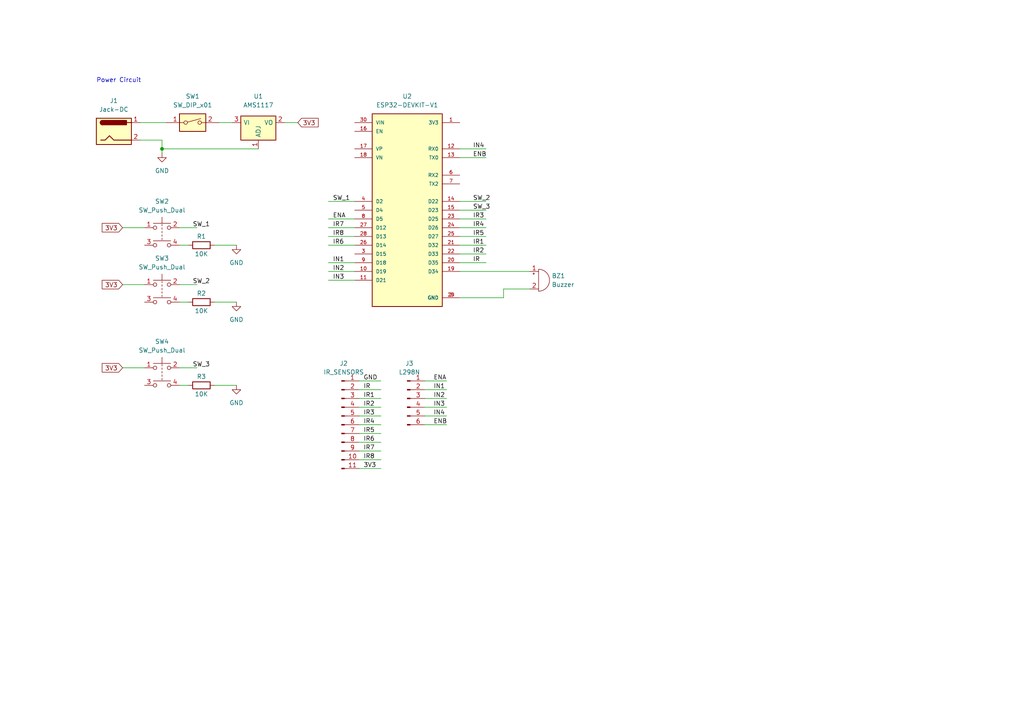
<source format=kicad_sch>
(kicad_sch (version 20211123) (generator eeschema)
  (paper "A4")
  (lib_symbols
    (symbol "Connector:Conn_01x06_Male" (pin_names (offset 1.016) hide)
      (property "Reference" "J" (at 0 7.62 0))
      (property "Value" "Conn_01x06_Male" (at 0 -10.16 0))
      (symbol "Conn_01x06_Male_1_1"
        (polyline (pts (xy 1.27 -7.62) (xy 0.8636 -7.62)) (stroke (width 0.1524)))
        (polyline (pts (xy 1.27 -5.08) (xy 0.8636 -5.08)) (stroke (width 0.1524)))
        (polyline (pts (xy 1.27 -2.54) (xy 0.8636 -2.54)) (stroke (width 0.1524)))
        (polyline (pts (xy 1.27 0) (xy 0.8636 0)) (stroke (width 0.1524)))
        (polyline (pts (xy 1.27 2.54) (xy 0.8636 2.54)) (stroke (width 0.1524)))
        (polyline (pts (xy 1.27 5.08) (xy 0.8636 5.08)) (stroke (width 0.1524)))
        (rectangle (start 0.8636 -7.493) (end 0 -7.747) (stroke (width 0.1524)) (fill (type outline)))
        (rectangle (start 0.8636 -4.953) (end 0 -5.207) (stroke (width 0.1524)) (fill (type outline)))
        (rectangle (start 0.8636 -2.413) (end 0 -2.667) (stroke (width 0.1524)) (fill (type outline)))
        (rectangle (start 0.8636 0.127) (end 0 -0.127) (stroke (width 0.1524)) (fill (type outline)))
        (rectangle (start 0.8636 2.667) (end 0 2.413) (stroke (width 0.1524)) (fill (type outline)))
        (rectangle (start 0.8636 5.207) (end 0 4.953) (stroke (width 0.1524)) (fill (type outline)))
        (pin passive line (at 5.08 5.08 180) (length 3.81) (name "Pin_1") (number "1"))
        (pin passive line (at 5.08 2.54 180) (length 3.81) (name "Pin_2") (number "2"))
        (pin passive line (at 5.08 0 180) (length 3.81) (name "Pin_3") (number "3"))
        (pin passive line (at 5.08 -2.54 180) (length 3.81) (name "Pin_4") (number "4"))
        (pin passive line (at 5.08 -5.08 180) (length 3.81) (name "Pin_5") (number "5"))
        (pin passive line (at 5.08 -7.62 180) (length 3.81) (name "Pin_6") (number "6"))
      )
    )
    (symbol "Connector:Conn_01x11_Male" (pin_names (offset 1.016) hide)
      (property "Reference" "J" (at 0 15.24 0))
      (property "Value" "Conn_01x11_Male" (at 0 -15.24 0))
      (symbol "Conn_01x11_Male_1_1"
        (polyline (pts (xy 1.27 -12.7) (xy 0.8636 -12.7)) (stroke (width 0.1524)))
        (polyline (pts (xy 1.27 -10.16) (xy 0.8636 -10.16)) (stroke (width 0.1524)))
        (polyline (pts (xy 1.27 -7.62) (xy 0.8636 -7.62)) (stroke (width 0.1524)))
        (polyline (pts (xy 1.27 -5.08) (xy 0.8636 -5.08)) (stroke (width 0.1524)))
        (polyline (pts (xy 1.27 -2.54) (xy 0.8636 -2.54)) (stroke (width 0.1524)))
        (polyline (pts (xy 1.27 0) (xy 0.8636 0)) (stroke (width 0.1524)))
        (polyline (pts (xy 1.27 2.54) (xy 0.8636 2.54)) (stroke (width 0.1524)))
        (polyline (pts (xy 1.27 5.08) (xy 0.8636 5.08)) (stroke (width 0.1524)))
        (polyline (pts (xy 1.27 7.62) (xy 0.8636 7.62)) (stroke (width 0.1524)))
        (polyline (pts (xy 1.27 10.16) (xy 0.8636 10.16)) (stroke (width 0.1524)))
        (polyline (pts (xy 1.27 12.7) (xy 0.8636 12.7)) (stroke (width 0.1524)))
        (rectangle (start 0.8636 -12.573) (end 0 -12.827) (stroke (width 0.1524)) (fill (type outline)))
        (rectangle (start 0.8636 -10.033) (end 0 -10.287) (stroke (width 0.1524)) (fill (type outline)))
        (rectangle (start 0.8636 -7.493) (end 0 -7.747) (stroke (width 0.1524)) (fill (type outline)))
        (rectangle (start 0.8636 -4.953) (end 0 -5.207) (stroke (width 0.1524)) (fill (type outline)))
        (rectangle (start 0.8636 -2.413) (end 0 -2.667) (stroke (width 0.1524)) (fill (type outline)))
        (rectangle (start 0.8636 0.127) (end 0 -0.127) (stroke (width 0.1524)) (fill (type outline)))
        (rectangle (start 0.8636 2.667) (end 0 2.413) (stroke (width 0.1524)) (fill (type outline)))
        (rectangle (start 0.8636 5.207) (end 0 4.953) (stroke (width 0.1524)) (fill (type outline)))
        (rectangle (start 0.8636 7.747) (end 0 7.493) (stroke (width 0.1524)) (fill (type outline)))
        (rectangle (start 0.8636 10.287) (end 0 10.033) (stroke (width 0.1524)) (fill (type outline)))
        (rectangle (start 0.8636 12.827) (end 0 12.573) (stroke (width 0.1524)) (fill (type outline)))
        (pin passive line (at 5.08 12.7 180) (length 3.81) (name "Pin_1") (number "1"))
        (pin passive line (at 5.08 -10.16 180) (length 3.81) (name "Pin_10") (number "10"))
        (pin passive line (at 5.08 -12.7 180) (length 3.81) (name "Pin_11") (number "11"))
        (pin passive line (at 5.08 10.16 180) (length 3.81) (name "Pin_2") (number "2"))
        (pin passive line (at 5.08 7.62 180) (length 3.81) (name "Pin_3") (number "3"))
        (pin passive line (at 5.08 5.08 180) (length 3.81) (name "Pin_4") (number "4"))
        (pin passive line (at 5.08 2.54 180) (length 3.81) (name "Pin_5") (number "5"))
        (pin passive line (at 5.08 0 180) (length 3.81) (name "Pin_6") (number "6"))
        (pin passive line (at 5.08 -2.54 180) (length 3.81) (name "Pin_7") (number "7"))
        (pin passive line (at 5.08 -5.08 180) (length 3.81) (name "Pin_8") (number "8"))
        (pin passive line (at 5.08 -7.62 180) (length 3.81) (name "Pin_9") (number "9"))
      )
    )
    (symbol "Connector:Jack-DC" (pin_names (offset 1.016))
      (property "Reference" "J" (at 0 5.334 0))
      (property "Value" "Jack-DC" (at 0 -5.08 0))
      (symbol "Jack-DC_0_1"
        (rectangle (start -5.08 3.81) (end 5.08 -3.81) (stroke (width 0.254)) (fill (type background)))
        (arc (start -3.302 3.175) (mid -3.937 2.54) (end -3.302 1.905) (stroke (width 0.254)))
        (arc (start -3.302 3.175) (mid -3.937 2.54) (end -3.302 1.905) (stroke (width 0.254)) (fill (type outline)))
        (polyline (pts (xy 5.08 2.54) (xy 3.81 2.54)) (stroke (width 0.254)))
        (polyline (pts (xy -3.81 -2.54) (xy -2.54 -2.54) (xy -1.27 -1.27) (xy 0 -2.54) (xy 2.54 -2.54) (xy 5.08 -2.54)) (stroke (width 0.254)))
        (rectangle (start 3.683 3.175) (end -3.302 1.905) (stroke (width 0.254)) (fill (type outline)))
      )
      (symbol "Jack-DC_1_1"
        (pin passive line (at 7.62 2.54 180) (length 2.54) (name "~") (number "1"))
        (pin passive line (at 7.62 -2.54 180) (length 2.54) (name "~") (number "2"))
      )
    )
    (symbol "Device:Buzzer" (pin_names (offset 0.0254) hide)
      (property "Reference" "BZ" (at 3.81 1.27 0))
      (property "Value" "Buzzer" (at 3.81 -1.27 0))
      (symbol "Buzzer_0_1"
        (arc (start 0 -3.175) (mid 3.175 0) (end 0 3.175))
        (polyline (pts (xy -1.651 1.905) (xy -1.143 1.905)))
        (polyline (pts (xy -1.397 2.159) (xy -1.397 1.651)))
        (polyline (pts (xy 0 3.175) (xy 0 -3.175)))
      )
      (symbol "Buzzer_1_1"
        (pin passive line (at -2.54 2.54 0) (length 2.54) (name "-") (number "1"))
        (pin passive line (at -2.54 -2.54 0) (length 2.54) (name "+") (number "2"))
      )
    )
    (symbol "Device:R" (pin_numbers hide) (pin_names (offset 0))
      (property "Reference" "R" (at 2.032 0 90))
      (property "Value" "R" (at 0 0 90))
      (symbol "R_0_1"
        (rectangle (start -1.016 -2.54) (end 1.016 2.54) (stroke (width 0.254)))
      )
      (symbol "R_1_1"
        (pin passive line (at 0 3.81 270) (length 1.27) (name "~") (number "1"))
        (pin passive line (at 0 -3.81 90) (length 1.27) (name "~") (number "2"))
      )
    )
    (symbol "ESP32-DEVKIT-V1:ESP32-DEVKIT-V1" (pin_names (offset 1.016))
      (property "Reference" "U" (at -10.16 30.48 0))
      (property "Value" "ESP32-DEVKIT-V1" (at -10.16 -30.48 0))
      (symbol "ESP32-DEVKIT-V1_0_0"
        (rectangle (start -10.16 -27.94) (end 10.16 27.94) (stroke (width 0.254)) (fill (type background)))
        (pin output line (at 15.24 25.4 180) (length 5.08) (name "3V3") (number "1"))
        (pin bidirectional line (at -15.24 -17.78 0) (length 5.08) (name "D19") (number "10"))
        (pin bidirectional line (at -15.24 -20.32 0) (length 5.08) (name "D21") (number "11"))
        (pin input line (at 15.24 17.78 180) (length 5.08) (name "RX0") (number "12"))
        (pin output line (at 15.24 15.24 180) (length 5.08) (name "TX0") (number "13"))
        (pin bidirectional line (at 15.24 2.54 180) (length 5.08) (name "D22") (number "14"))
        (pin bidirectional line (at 15.24 0 180) (length 5.08) (name "D23") (number "15"))
        (pin input line (at -15.24 22.86 0) (length 5.08) (name "EN") (number "16"))
        (pin bidirectional line (at -15.24 17.78 0) (length 5.08) (name "VP") (number "17"))
        (pin bidirectional line (at -15.24 15.24 0) (length 5.08) (name "VN") (number "18"))
        (pin bidirectional line (at 15.24 -17.78 180) (length 5.08) (name "D34") (number "19"))
        (pin power_in line (at 15.24 -25.4 180) (length 5.08) (name "GND") (number "2"))
        (pin bidirectional line (at 15.24 -15.24 180) (length 5.08) (name "D35") (number "20"))
        (pin bidirectional line (at 15.24 -10.16 180) (length 5.08) (name "D32") (number "21"))
        (pin bidirectional line (at 15.24 -12.7 180) (length 5.08) (name "D33") (number "22"))
        (pin bidirectional line (at 15.24 -2.54 180) (length 5.08) (name "D25") (number "23"))
        (pin bidirectional line (at 15.24 -5.08 180) (length 5.08) (name "D26") (number "24"))
        (pin bidirectional line (at 15.24 -7.62 180) (length 5.08) (name "D27") (number "25"))
        (pin bidirectional line (at -15.24 -10.16 0) (length 5.08) (name "D14") (number "26"))
        (pin bidirectional line (at -15.24 -5.08 0) (length 5.08) (name "D12") (number "27"))
        (pin bidirectional line (at -15.24 -7.62 0) (length 5.08) (name "D13") (number "28"))
        (pin power_in line (at 15.24 -25.4 180) (length 5.08) (name "GND") (number "29"))
        (pin bidirectional line (at -15.24 -12.7 0) (length 5.08) (name "D15") (number "3"))
        (pin input line (at -15.24 25.4 0) (length 5.08) (name "VIN") (number "30"))
        (pin bidirectional line (at -15.24 2.54 0) (length 5.08) (name "D2") (number "4"))
        (pin bidirectional line (at -15.24 0 0) (length 5.08) (name "D4") (number "5"))
        (pin input line (at 15.24 10.16 180) (length 5.08) (name "RX2") (number "6"))
        (pin output line (at 15.24 7.62 180) (length 5.08) (name "TX2") (number "7"))
        (pin bidirectional line (at -15.24 -2.54 0) (length 5.08) (name "D5") (number "8"))
        (pin bidirectional line (at -15.24 -15.24 0) (length 5.08) (name "D18") (number "9"))
      )
    )
    (symbol "Regulator_Linear:AMS1117" (pin_names (offset 0.762))
      (property "Reference" "U" (at -3.81 3.175 0))
      (property "Value" "AMS1117" (at 0 3.175 0))
      (symbol "AMS1117_0_1"
        (rectangle (start -5.08 -5.08) (end 5.08 1.905) (stroke (width 0.254)) (fill (type background)))
      )
      (symbol "AMS1117_1_1"
        (pin input line (at 0 -7.62 90) (length 2.54) (name "ADJ") (number "1"))
        (pin power_out line (at 7.62 0 180) (length 2.54) (name "VO") (number "2"))
        (pin power_in line (at -7.62 0 0) (length 2.54) (name "VI") (number "3"))
      )
    )
    (symbol "Switch:SW_DIP_x01" (pin_names (offset 0) hide)
      (property "Reference" "SW" (at 0 3.81 0))
      (property "Value" "SW_DIP_x01" (at 0 -3.81 0))
      (symbol "SW_DIP_x01_0_0"
        (circle (center -2.032 0) (radius 0.508))
        (polyline (pts (xy -1.524 0.127) (xy 2.3622 1.1684)))
        (circle (center 2.032 0) (radius 0.508))
      )
      (symbol "SW_DIP_x01_0_1"
        (rectangle (start -3.81 2.54) (end 3.81 -2.54) (stroke (width 0.254)) (fill (type background)))
      )
      (symbol "SW_DIP_x01_1_1"
        (pin passive line (at -7.62 0 0) (length 5.08) (name "~") (number "1"))
        (pin passive line (at 7.62 0 180) (length 5.08) (name "~") (number "2"))
      )
    )
    (symbol "Switch:SW_Push_Dual" (pin_names (offset 1.016) hide)
      (property "Reference" "SW" (at 1.27 2.54 0))
      (property "Value" "SW_Push_Dual" (at 0 -6.858 0))
      (symbol "SW_Push_Dual_0_1"
        (circle (center -2.032 -5.08) (radius 0.508))
        (circle (center -2.032 0) (radius 0.508))
        (polyline (pts (xy 0 -3.048) (xy 0 -3.556)))
        (polyline (pts (xy 0 -2.032) (xy 0 -2.54)))
        (polyline (pts (xy 0 -1.524) (xy 0 -1.016)))
        (polyline (pts (xy 0 -0.508) (xy 0 0)))
        (polyline (pts (xy 0 0.508) (xy 0 1.016)))
        (polyline (pts (xy 0 1.27) (xy 0 3.048)))
        (polyline (pts (xy 2.54 -3.81) (xy -2.54 -3.81)))
        (polyline (pts (xy 2.54 1.27) (xy -2.54 1.27)))
        (circle (center 2.032 -5.08) (radius 0.508))
        (circle (center 2.032 0) (radius 0.508))
        (pin passive line (at -5.08 0 0) (length 2.54) (name "1") (number "1"))
        (pin passive line (at 5.08 0 180) (length 2.54) (name "2") (number "2"))
        (pin passive line (at -5.08 -5.08 0) (length 2.54) (name "3") (number "3"))
        (pin passive line (at 5.08 -5.08 180) (length 2.54) (name "4") (number "4"))
      )
    )
    (symbol "power:GND" (power) (pin_names (offset 0))
      (property "Value" "GND" (at 0 -3.81 0))
      (symbol "GND_0_1"
        (polyline (pts (xy 0 0) (xy 0 -1.27) (xy 1.27 -1.27) (xy 0 -2.54) (xy -1.27 -1.27) (xy 0 -1.27)))
      )
      (symbol "GND_1_1"
        (pin power_in line (at 0 0 270) (length 0) hide (name "GND") (number "1"))
      )
    )
  )
  (junction (at 46.99 43.18))
  (wire (pts (xy 95.25 66.04) (xy 102.87 66.04)))
  (wire (pts (xy 52.07 111.76) (xy 54.61 111.76)))
  (wire (pts (xy 104.14 133.35) (xy 110.49 133.35)))
  (wire (pts (xy 62.23 111.76) (xy 68.58 111.76)))
  (wire (pts (xy 123.19 110.49) (xy 129.54 110.49)))
  (wire (pts (xy 95.25 76.2) (xy 102.87 76.2)))
  (wire (pts (xy 82.55 35.56) (xy 86.36 35.56)))
  (wire (pts (xy 133.35 63.5) (xy 140.97 63.5)))
  (wire (pts (xy 104.14 130.81) (xy 110.49 130.81)))
  (wire (pts (xy 52.07 106.68) (xy 57.15 106.68)))
  (wire (pts (xy 123.19 113.03) (xy 129.54 113.03)))
  (wire (pts (xy 104.14 128.27) (xy 110.49 128.27)))
  (wire (pts (xy 46.99 40.64) (xy 46.99 43.18)))
  (wire (pts (xy 52.07 71.12) (xy 54.61 71.12)))
  (wire (pts (xy 104.14 110.49) (xy 110.49 110.49)))
  (wire (pts (xy 62.23 87.63) (xy 68.58 87.63)))
  (wire (pts (xy 95.25 68.58) (xy 102.87 68.58)))
  (wire (pts (xy 133.35 71.12) (xy 140.97 71.12)))
  (wire (pts (xy 153.67 83.82) (xy 146.05 83.82)))
  (wire (pts (xy 104.14 118.11) (xy 110.49 118.11)))
  (wire (pts (xy 133.35 43.18) (xy 140.97 43.18)))
  (wire (pts (xy 146.05 83.82) (xy 146.05 86.36)))
  (wire (pts (xy 133.35 60.96) (xy 140.97 60.96)))
  (wire (pts (xy 104.14 123.19) (xy 110.49 123.19)))
  (wire (pts (xy 123.19 115.57) (xy 129.54 115.57)))
  (wire (pts (xy 95.25 58.42) (xy 102.87 58.42)))
  (wire (pts (xy 104.14 115.57) (xy 110.49 115.57)))
  (wire (pts (xy 40.64 40.64) (xy 46.99 40.64)))
  (wire (pts (xy 95.25 63.5) (xy 102.87 63.5)))
  (wire (pts (xy 133.35 68.58) (xy 140.97 68.58)))
  (wire (pts (xy 95.25 78.74) (xy 102.87 78.74)))
  (wire (pts (xy 52.07 87.63) (xy 54.61 87.63)))
  (wire (pts (xy 133.35 58.42) (xy 140.97 58.42)))
  (wire (pts (xy 123.19 120.65) (xy 129.54 120.65)))
  (wire (pts (xy 52.07 82.55) (xy 57.15 82.55)))
  (wire (pts (xy 104.14 135.89) (xy 110.49 135.89)))
  (wire (pts (xy 104.14 120.65) (xy 110.49 120.65)))
  (wire (pts (xy 123.19 118.11) (xy 129.54 118.11)))
  (wire (pts (xy 95.25 81.28) (xy 102.87 81.28)))
  (wire (pts (xy 95.25 71.12) (xy 102.87 71.12)))
  (wire (pts (xy 133.35 66.04) (xy 140.97 66.04)))
  (wire (pts (xy 52.07 66.04) (xy 57.15 66.04)))
  (wire (pts (xy 123.19 123.19) (xy 129.54 123.19)))
  (wire (pts (xy 62.23 71.12) (xy 68.58 71.12)))
  (wire (pts (xy 133.35 45.72) (xy 140.97 45.72)))
  (wire (pts (xy 133.35 76.2) (xy 140.97 76.2)))
  (wire (pts (xy 40.64 35.56) (xy 48.26 35.56)))
  (wire (pts (xy 63.5 35.56) (xy 67.31 35.56)))
  (wire (pts (xy 35.56 66.04) (xy 41.91 66.04)))
  (wire (pts (xy 74.93 43.18) (xy 46.99 43.18)))
  (wire (pts (xy 35.56 106.68) (xy 41.91 106.68)))
  (wire (pts (xy 146.05 86.36) (xy 133.35 86.36)))
  (wire (pts (xy 104.14 113.03) (xy 110.49 113.03)))
  (wire (pts (xy 133.35 78.74) (xy 153.67 78.74)))
  (wire (pts (xy 46.99 43.18) (xy 46.99 44.45)))
  (wire (pts (xy 35.56 82.55) (xy 41.91 82.55)))
  (wire (pts (xy 133.35 73.66) (xy 140.97 73.66)))
  (wire (pts (xy 104.14 125.73) (xy 110.49 125.73)))
  (text "Power Circuit\n" (at 27.94 24.13 0) (effects (font (size 1.27 1.27)) (justify left bottom)))
  (label "IN1" (at 125.73 113.03 0))
  (label "IN4" (at 137.16 43.18 0))
  (label "IN3" (at 96.52 81.28 0))
  (label "IR6" (at 105.41 128.27 0))
  (label "ENA" (at 96.52 63.5 0))
  (label "IR" (at 105.41 113.03 0))
  (label "IR6" (at 96.52 71.12 0))
  (label "IR7" (at 96.52 66.04 0))
  (label "ENA" (at 125.73 110.49 0))
  (label "IR8" (at 96.52 68.58 0))
  (label "IR8" (at 105.41 133.35 0))
  (label "IR" (at 137.16 76.2 0))
  (label "IR4" (at 105.41 123.19 0))
  (label "IN2" (at 96.52 78.74 0))
  (label "IR1" (at 137.16 71.12 0))
  (label "IR2" (at 105.41 118.11 0))
  (label "IR2" (at 137.16 73.66 0))
  (label "IR4" (at 137.16 66.04 0))
  (label "IR1" (at 105.41 115.57 0))
  (label "IR5" (at 137.16 68.58 0))
  (label "SW_2" (at 55.88 82.55 0))
  (label "IR3" (at 105.41 120.65 0))
  (label "IR5" (at 105.41 125.73 0))
  (label "SW_1" (at 96.52 58.42 0))
  (label "SW_2" (at 137.16 58.42 0))
  (label "IR3" (at 137.16 63.5 0))
  (label "GND" (at 105.41 110.49 0))
  (label "ENB" (at 137.16 45.72 0))
  (label "ENB" (at 125.73 123.19 0))
  (label "SW_3" (at 55.88 106.68 0))
  (label "IN4" (at 125.73 120.65 0))
  (label "3V3" (at 105.41 135.89 0))
  (label "IR7" (at 105.41 130.81 0))
  (label "SW_3" (at 137.16 60.96 0))
  (label "IN1" (at 96.52 76.2 0))
  (label "IN2" (at 125.73 115.57 0))
  (label "SW_1" (at 55.88 66.04 0))
  (label "IN3" (at 125.73 118.11 0))
  (global_label "3V3" (shape input) (at 35.56 106.68 180) (property "Intersheet References" "${INTERSHEET_REFS}" (effects hide)))
  (global_label "3V3" (shape input) (at 86.36 35.56 0) (property "Intersheet References" "${INTERSHEET_REFS}" (effects hide)))
  (global_label "3V3" (shape input) (at 35.56 82.55 180) (property "Intersheet References" "${INTERSHEET_REFS}" (effects hide)))
  (global_label "3V3" (shape input) (at 35.56 66.04 180) (property "Intersheet References" "${INTERSHEET_REFS}" (effects hide)))
  (symbol (lib_id "Switch:SW_Push_Dual") (at 46.99 106.68 0) (unit 1)
    (property "Reference" "SW4" (at 46.99 99.06 0))
    (property "Value" "SW_Push_Dual" (at 46.99 101.6 0))
  )
  (symbol (lib_id "Device:R") (at 58.42 111.76 90) (unit 1)
    (property "Reference" "R3" (at 58.42 109.22 90))
    (property "Value" "10K" (at 58.42 114.3 90))
  )
  (symbol (lib_id "Connector:Conn_01x11_Male") (at 99.06 123.19 0) (unit 1)
    (property "Reference" "J2" (at 99.695 105.41 0))
    (property "Value" "IR_SENSORS" (at 99.695 107.95 0))
  )
  (symbol (lib_id "Switch:SW_DIP_x01") (at 55.88 35.56 0) (unit 1)
    (property "Reference" "SW1" (at 55.88 27.94 0))
    (property "Value" "SW_DIP_x01" (at 55.88 30.48 0))
  )
  (symbol (lib_id "power:GND") (at 68.58 111.76 0) (unit 1)
    (property "Reference" "#PWR03" (effects hide))
    (property "Value" "GND" (at 68.58 116.84 0))
  )
  (symbol (lib_id "Switch:SW_Push_Dual") (at 46.99 66.04 0) (unit 1)
    (property "Reference" "SW2" (at 46.99 58.42 0))
    (property "Value" "SW_Push_Dual" (at 46.99 60.96 0))
  )
  (symbol (lib_id "power:GND") (at 68.58 71.12 0) (unit 1)
    (property "Reference" "#PWR01" (effects hide))
    (property "Value" "GND" (at 68.58 76.2 0))
  )
  (symbol (lib_id "Device:R") (at 58.42 87.63 90) (unit 1)
    (property "Reference" "R2" (at 58.42 85.09 90))
    (property "Value" "10K" (at 58.42 90.17 90))
  )
  (symbol (lib_id "power:GND") (at 68.58 87.63 0) (unit 1)
    (property "Reference" "#PWR02" (effects hide))
    (property "Value" "GND" (at 68.58 92.71 0))
  )
  (symbol (lib_id "Device:Buzzer") (at 156.21 81.28 0) (unit 1)
    (property "Reference" "BZ1" (at 160.02 80.0099 0) (effects (justify left)))
    (property "Value" "Buzzer" (at 160.02 82.5499 0) (effects (justify left)))
  )
  (symbol (lib_id "ESP32-DEVKIT-V1:ESP32-DEVKIT-V1") (at 118.11 60.96 0) (unit 1)
    (property "Reference" "U2" (at 118.11 27.94 0))
    (property "Value" "ESP32-DEVKIT-V1" (at 118.11 30.48 0))
    (property "Footprint" "MODULE_ESP32_DEVKIT_V1" (effects hide))
    (property "MANUFACTURER" "DOIT" (effects hide))
    (property "STANDARD" "Manufacturer Recommendations" (effects hide))
    (property "PARTREV" "N/A" (effects hide))
    (property "MAXIMUM_PACKAGE_HEIGHT" "6.8 mm" (effects hide))
  )
  (symbol (lib_id "Device:R") (at 58.42 71.12 90) (unit 1)
    (property "Reference" "R1" (at 58.42 68.58 90))
    (property "Value" "10K" (at 58.42 73.66 90))
  )
  (symbol (lib_id "Connector:Conn_01x06_Male") (at 118.11 115.57 0) (unit 1)
    (property "Reference" "J3" (at 118.745 105.41 0))
    (property "Value" "L298N" (at 118.745 107.95 0))
  )
  (symbol (lib_id "Switch:SW_Push_Dual") (at 46.99 82.55 0) (unit 1)
    (property "Reference" "SW3" (at 46.99 74.93 0))
    (property "Value" "SW_Push_Dual" (at 46.99 77.47 0))
  )
  (symbol (lib_id "Regulator_Linear:AMS1117") (at 74.93 35.56 0) (unit 1)
    (property "Reference" "U1" (at 74.93 27.94 0))
    (property "Value" "AMS1117" (at 74.93 30.48 0))
    (property "Footprint" "Package_TO_SOT_SMD:SOT-223-3_TabPin2" (effects hide))
    (property "Datasheet" "http://www.advanced-monolithic.com/pdf/ds1117.pdf" (effects hide))
  )
  (symbol (lib_id "power:GND") (at 46.99 44.45 0) (unit 1)
    (property "Reference" "#PWR0101" (effects hide))
    (property "Value" "GND" (at 46.99 49.53 0))
  )
  (symbol (lib_id "Connector:Jack-DC") (at 33.02 38.1 0) (unit 1)
    (property "Reference" "J1" (at 33.02 29.21 0))
    (property "Value" "Jack-DC" (at 33.02 31.75 0))
  )
)
</source>
